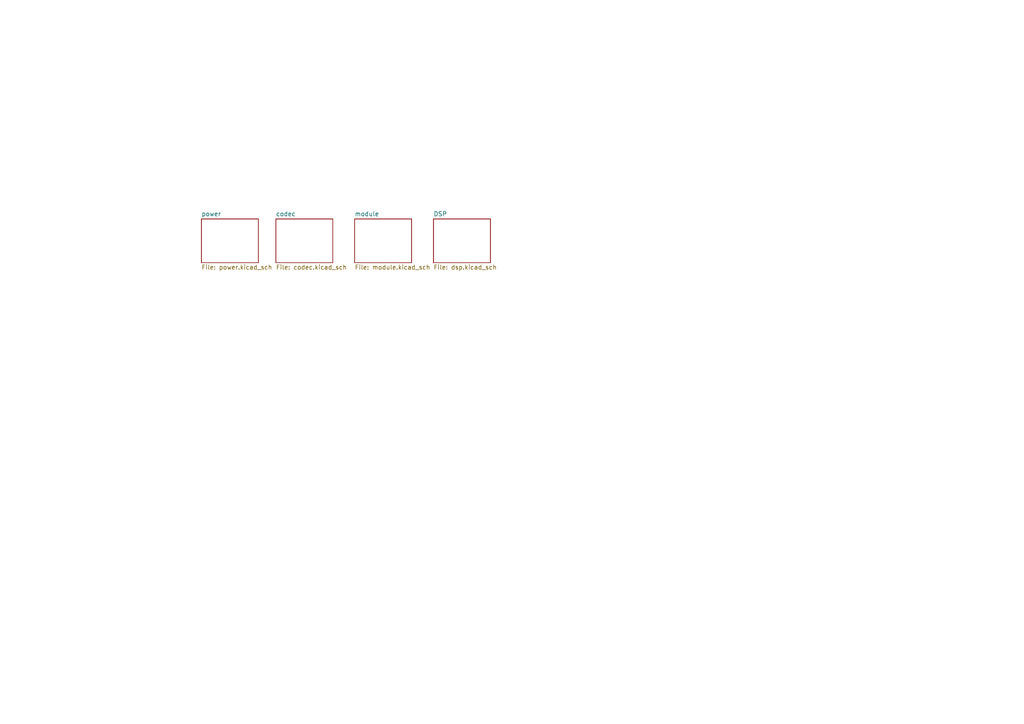
<source format=kicad_sch>
(kicad_sch
	(version 20250114)
	(generator "eeschema")
	(generator_version "9.0")
	(uuid "484c4955-80b8-457c-864e-1c65a3218727")
	(paper "A4")
	(lib_symbols)
	(sheet
		(at 125.73 63.5)
		(size 16.51 12.7)
		(exclude_from_sim no)
		(in_bom yes)
		(on_board yes)
		(dnp no)
		(fields_autoplaced yes)
		(stroke
			(width 0.1524)
			(type solid)
		)
		(fill
			(color 0 0 0 0.0000)
		)
		(uuid "8996c219-c1ac-4183-83a9-3ce663da6e45")
		(property "Sheetname" "DSP"
			(at 125.73 62.7884 0)
			(effects
				(font
					(size 1.27 1.27)
				)
				(justify left bottom)
			)
		)
		(property "Sheetfile" "dsp.kicad_sch"
			(at 125.73 76.7846 0)
			(effects
				(font
					(size 1.27 1.27)
				)
				(justify left top)
			)
		)
		(instances
			(project "FSC-BT631D-Breakout"
				(path "/484c4955-80b8-457c-864e-1c65a3218727"
					(page "6")
				)
			)
		)
	)
	(sheet
		(at 102.87 63.5)
		(size 16.51 12.7)
		(exclude_from_sim no)
		(in_bom yes)
		(on_board yes)
		(dnp no)
		(fields_autoplaced yes)
		(stroke
			(width 0.1524)
			(type solid)
		)
		(fill
			(color 0 0 0 0.0000)
		)
		(uuid "997ce102-fb88-40aa-aa88-8276fee4bd02")
		(property "Sheetname" "module"
			(at 102.87 62.7884 0)
			(effects
				(font
					(size 1.27 1.27)
				)
				(justify left bottom)
			)
		)
		(property "Sheetfile" "module.kicad_sch"
			(at 102.87 76.7846 0)
			(effects
				(font
					(size 1.27 1.27)
				)
				(justify left top)
			)
		)
		(instances
			(project "FSC-BT631D-Breakout"
				(path "/484c4955-80b8-457c-864e-1c65a3218727"
					(page "4")
				)
			)
		)
	)
	(sheet
		(at 58.42 63.5)
		(size 16.51 12.7)
		(exclude_from_sim no)
		(in_bom yes)
		(on_board yes)
		(dnp no)
		(fields_autoplaced yes)
		(stroke
			(width 0.1524)
			(type solid)
		)
		(fill
			(color 0 0 0 0.0000)
		)
		(uuid "bcad7757-d813-4960-9c64-164aa425f5cb")
		(property "Sheetname" "power"
			(at 58.42 62.7884 0)
			(effects
				(font
					(size 1.27 1.27)
				)
				(justify left bottom)
			)
		)
		(property "Sheetfile" "power.kicad_sch"
			(at 58.42 76.7846 0)
			(effects
				(font
					(size 1.27 1.27)
				)
				(justify left top)
			)
		)
		(instances
			(project "FSC-BT631D-Breakout"
				(path "/484c4955-80b8-457c-864e-1c65a3218727"
					(page "2")
				)
			)
		)
	)
	(sheet
		(at 80.01 63.5)
		(size 16.51 12.7)
		(exclude_from_sim no)
		(in_bom yes)
		(on_board yes)
		(dnp no)
		(fields_autoplaced yes)
		(stroke
			(width 0.1524)
			(type solid)
		)
		(fill
			(color 0 0 0 0.0000)
		)
		(uuid "ced8c403-ba0b-4a5a-a456-f2bd5f7703a3")
		(property "Sheetname" "codec"
			(at 80.01 62.7884 0)
			(effects
				(font
					(size 1.27 1.27)
				)
				(justify left bottom)
			)
		)
		(property "Sheetfile" "codec.kicad_sch"
			(at 80.01 76.7846 0)
			(effects
				(font
					(size 1.27 1.27)
				)
				(justify left top)
			)
		)
		(instances
			(project "FSC-BT631D-Breakout"
				(path "/484c4955-80b8-457c-864e-1c65a3218727"
					(page "3")
				)
			)
		)
	)
	(sheet_instances
		(path "/"
			(page "1")
		)
	)
	(embedded_fonts no)
)

</source>
